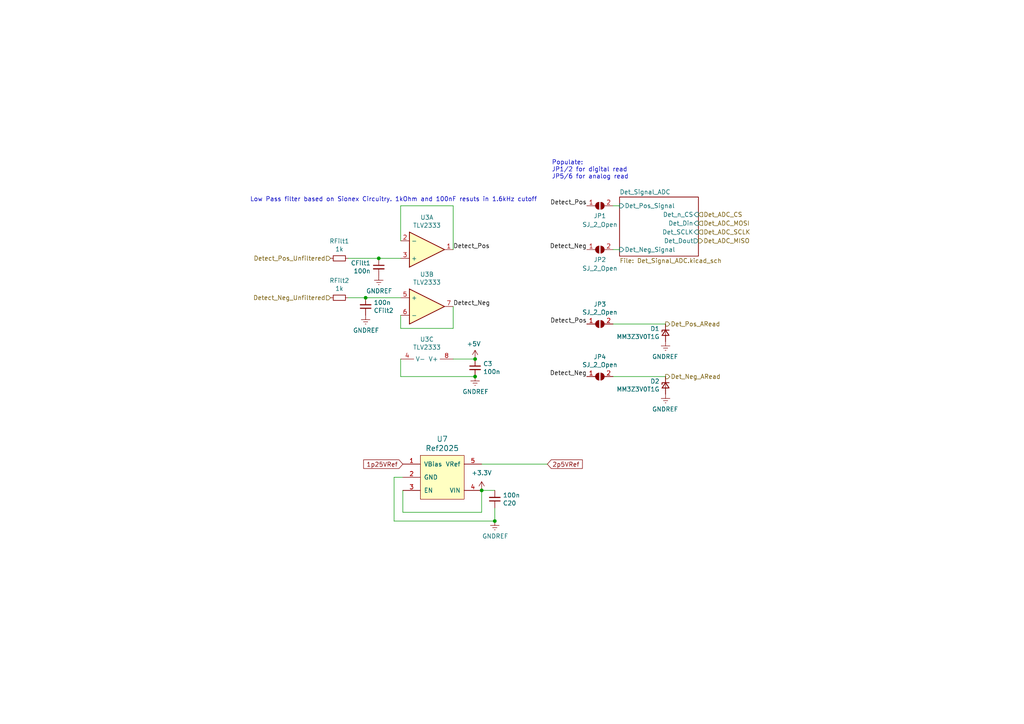
<source format=kicad_sch>
(kicad_sch (version 20230121) (generator eeschema)
  (paper "A4")
  (lib_symbols
    (symbol "Device:D_Zener_Small" (pin_numbers hide) (pin_names (offset 0.254) hide)
      (property "Reference" "D" (at 0 2.286 0))
      (property "Value" "D_Zener_Small" (at 0 -2.286 0))
      (symbol "D_Zener_Small_0_1"
        (polyline (pts (xy 0.762 0) (xy -0.762 0)))
        (polyline (pts (xy -0.254 1.016) (xy -0.762 1.016) (xy -0.762 -1.016)) (stroke (width 0.254)))
        (polyline (pts (xy 0.762 1.016) (xy -0.762 0) (xy 0.762 -1.016) (xy 0.762 1.016)) (stroke (width 0.254)))
      )
      (symbol "D_Zener_Small_1_1"
        (pin passive line (at -2.54 0 0) (length 1.778) (name "K") (number "1"))
        (pin passive line (at 2.54 0 180) (length 1.778) (name "A") (number "2"))
      )
    )
    (symbol "GNDREF_1" (power) (pin_names (offset 0))
      (property "Value" "GNDREF_1" (at 0 -3.81 0))
      (symbol "GNDREF_1_0_1"
        (polyline (pts (xy -0.635 -1.905) (xy 0.635 -1.905)))
        (polyline (pts (xy -0.127 -2.54) (xy 0.127 -2.54)))
        (polyline (pts (xy 0 -1.27) (xy 0 0)))
        (polyline (pts (xy 1.27 -1.27) (xy -1.27 -1.27)))
      )
      (symbol "GNDREF_1_1_1"
        (pin power_in line (at 0 0 270) (length 0) hide (name "GNDREF") (number "1"))
      )
    )
    (symbol "Jumper:SolderJumper_2_Open" (pin_names (offset 0) hide)
      (property "Reference" "JP" (at 0 2.032 0))
      (property "Value" "SolderJumper_2_Open" (at 0 -2.54 0))
      (symbol "SolderJumper_2_Open_0_1"
        (arc (start -0.254 1.016) (mid -1.2656 0) (end -0.254 -1.016))
        (arc (start -0.254 1.016) (mid -1.2656 0) (end -0.254 -1.016) (fill (type outline)))
        (polyline (pts (xy -0.254 1.016) (xy -0.254 -1.016)))
        (polyline (pts (xy 0.254 1.016) (xy 0.254 -1.016)))
        (arc (start 0.254 -1.016) (mid 1.2656 0) (end 0.254 1.016))
        (arc (start 0.254 -1.016) (mid 1.2656 0) (end 0.254 1.016) (fill (type outline)))
      )
      (symbol "SolderJumper_2_Open_1_1"
        (pin passive line (at -3.81 0 0) (length 2.54) (name "A") (number "1"))
        (pin passive line (at 3.81 0 180) (length 2.54) (name "B") (number "2"))
      )
    )
    (symbol "NIH-SCENT:TLV2333"
      (property "Reference" "U3" (at 0 9.3218 0))
      (property "Value" "TLV2333" (at 0 7.0104 0))
      (symbol "TLV2333_1_1"
        (polyline (pts (xy -5.08 5.08) (xy 5.08 0) (xy -5.08 -5.08) (xy -5.08 5.08)) (stroke (width 0.254)) (fill (type background)))
        (pin output line (at 7.62 0 180) (length 2.54) (name "~") (number "1"))
        (pin input line (at -7.62 -2.54 0) (length 2.54) (name "-") (number "2"))
        (pin input line (at -7.62 2.54 0) (length 2.54) (name "+") (number "3"))
      )
      (symbol "TLV2333_2_1"
        (polyline (pts (xy -5.08 5.08) (xy 5.08 0) (xy -5.08 -5.08) (xy -5.08 5.08)) (stroke (width 0.254)) (fill (type background)))
        (pin input line (at -7.62 2.54 0) (length 2.54) (name "+") (number "5"))
        (pin input line (at -7.62 -2.54 0) (length 2.54) (name "-") (number "6"))
        (pin output line (at 7.62 0 180) (length 2.54) (name "~") (number "7"))
      )
      (symbol "TLV2333_3_1"
        (pin power_in line (at -2.54 -7.62 90) (length 3.81) (name "V-") (number "4"))
        (pin power_in line (at -2.54 7.62 270) (length 3.81) (name "V+") (number "8"))
      )
    )
    (symbol "NYSEARCH:C_Small" (pin_numbers hide) (pin_names (offset 0.254) hide)
      (property "Reference" "C" (at 0.254 1.778 0))
      (property "Value" "C_Small" (at 0.254 -2.032 0))
      (symbol "C_Small_0_1"
        (polyline (pts (xy -1.524 -0.508) (xy 1.524 -0.508)) (stroke (width 0.3302)))
        (polyline (pts (xy -1.524 0.508) (xy 1.524 0.508)) (stroke (width 0.3048)))
      )
      (symbol "C_Small_1_1"
        (pin passive line (at 0 2.54 270) (length 2.032) (name "~") (number "1"))
        (pin passive line (at 0 -2.54 90) (length 2.032) (name "~") (number "2"))
      )
    )
    (symbol "NYSEARCH:REF2025" (pin_names (offset 1.016))
      (property "Reference" "U" (at 0 1.27 0))
      (property "Value" "REF2025" (at 7.62 1.27 0))
      (symbol "REF2025_0_1"
        (rectangle (start 0 0) (end 12.7 -12.7) (fill (type background)))
      )
      (symbol "REF2025_1_1"
        (pin output line (at -5.08 -2.54 0) (length 5.08) (name "VBias") (number "1"))
        (pin power_in line (at -5.08 -6.35 0) (length 5.08) (name "GND") (number "2"))
        (pin input line (at -5.08 -10.16 0) (length 5.08) (name "EN") (number "3"))
        (pin power_in line (at 17.78 -10.16 180) (length 5.08) (name "VIN") (number "4"))
        (pin output line (at 17.78 -2.54 180) (length 5.08) (name "VRef") (number "5"))
      )
    )
    (symbol "NYSEARCH:R_Small" (pin_numbers hide) (pin_names (offset 0.254) hide)
      (property "Reference" "R" (at 0.762 0.508 0))
      (property "Value" "R_Small" (at 0.762 -1.016 0))
      (symbol "R_Small_0_1"
        (rectangle (start -0.762 1.778) (end 0.762 -1.778) (stroke (width 0.2032)))
      )
      (symbol "R_Small_1_1"
        (pin passive line (at 0 2.54 270) (length 0.762) (name "~") (number "1"))
        (pin passive line (at 0 -2.54 90) (length 0.762) (name "~") (number "2"))
      )
    )
    (symbol "power:+3.3V" (power) (pin_names (offset 0))
      (property "Value" "+3.3V" (at 0 3.556 0))
      (symbol "+3.3V_0_1"
        (polyline (pts (xy -0.762 1.27) (xy 0 2.54)))
        (polyline (pts (xy 0 0) (xy 0 2.54)))
        (polyline (pts (xy 0 2.54) (xy 0.762 1.27)))
      )
      (symbol "+3.3V_1_1"
        (pin power_in line (at 0 0 90) (length 0) hide (name "+3.3V") (number "1"))
      )
    )
    (symbol "power:+5V" (power) (pin_names (offset 0))
      (property "Value" "+5V" (at 0 3.556 0))
      (symbol "+5V_0_1"
        (polyline (pts (xy -0.762 1.27) (xy 0 2.54)))
        (polyline (pts (xy 0 0) (xy 0 2.54)))
        (polyline (pts (xy 0 2.54) (xy 0.762 1.27)))
      )
      (symbol "+5V_1_1"
        (pin power_in line (at 0 0 90) (length 0) hide (name "+5V") (number "1"))
      )
    )
    (symbol "power:GNDREF" (power) (pin_names (offset 0))
      (property "Value" "GNDREF" (at 0 -3.81 0))
      (symbol "GNDREF_0_1"
        (polyline (pts (xy -0.635 -1.905) (xy 0.635 -1.905)))
        (polyline (pts (xy -0.127 -2.54) (xy 0.127 -2.54)))
        (polyline (pts (xy 0 -1.27) (xy 0 0)))
        (polyline (pts (xy 1.27 -1.27) (xy -1.27 -1.27)))
      )
      (symbol "GNDREF_1_1"
        (pin power_in line (at 0 0 270) (length 0) hide (name "GNDREF") (number "1"))
      )
    )
  )
  (junction (at 139.7 142.24))
  (junction (at 143.51 151.13))
  (junction (at 109.855 74.93))
  (junction (at 137.795 109.22))
  (junction (at 137.795 104.14))
  (junction (at 106.045 86.36))
  (wire (pts (xy 131.445 72.39) (xy 131.445 59.69)))
  (wire (pts (xy 139.7 148.59) (xy 116.84 148.59)))
  (wire (pts (xy 131.445 104.14) (xy 137.795 104.14)))
  (wire (pts (xy 177.8 59.69) (xy 179.705 59.69)))
  (wire (pts (xy 114.3 151.13) (xy 143.51 151.13)))
  (wire (pts (xy 109.855 74.93) (xy 116.205 74.93)))
  (wire (pts (xy 116.84 142.24) (xy 116.84 148.59)))
  (wire (pts (xy 114.3 138.43) (xy 114.3 151.13)))
  (wire (pts (xy 131.445 59.69) (xy 116.205 59.69)))
  (wire (pts (xy 116.205 104.14) (xy 116.205 109.22)))
  (wire (pts (xy 116.205 109.22) (xy 137.795 109.22)))
  (wire (pts (xy 143.51 151.13) (xy 143.51 147.32)))
  (wire (pts (xy 116.205 59.69) (xy 116.205 69.85)))
  (wire (pts (xy 106.045 86.36) (xy 100.965 86.36)))
  (wire (pts (xy 116.205 91.44) (xy 116.205 95.25)))
  (wire (pts (xy 139.7 142.24) (xy 143.51 142.24)))
  (wire (pts (xy 114.3 138.43) (xy 116.84 138.43)))
  (wire (pts (xy 139.7 142.24) (xy 139.7 148.59)))
  (wire (pts (xy 139.7 134.62) (xy 158.75 134.62)))
  (wire (pts (xy 106.045 86.36) (xy 116.205 86.36)))
  (wire (pts (xy 177.8 72.39) (xy 179.705 72.39)))
  (wire (pts (xy 177.8 93.98) (xy 193.04 93.98)))
  (wire (pts (xy 131.445 88.9) (xy 131.445 95.25)))
  (wire (pts (xy 116.205 95.25) (xy 131.445 95.25)))
  (wire (pts (xy 193.04 109.22) (xy 177.8 109.22)))
  (wire (pts (xy 100.965 74.93) (xy 109.855 74.93)))
  (text "Low Pass filter based on Sionex Circuitry. 1kOhm and 100nF resuts in 1.6kHz cutoff" (at 72.517 58.674 0) (effects (font (size 1.27 1.27)) (justify left bottom)))
  (text "Populate:\nJP1/2 for digital read\nJP5/6 for analog read" (at 160.02 52.07 0) (effects (font (size 1.27 1.27)) (justify left bottom)))
  (label "Detect_Pos" (at 170.18 59.69 180))
  (label "Detect_Neg" (at 170.18 109.22 180))
  (label "Detect_Pos" (at 131.445 72.39 0))
  (label "Detect_Neg" (at 131.445 88.9 0))
  (label "Detect_Neg" (at 170.18 72.39 180))
  (label "Detect_Pos" (at 170.18 93.98 180))
  (global_label "2p5VRef" (shape input) (at 158.75 134.62 0) (property "Intersheetrefs" "${INTERSHEET_REFS}" (effects hide)))
  (global_label "1p25VRef" (shape input) (at 116.84 134.62 180) (property "Intersheetrefs" "${INTERSHEET_REFS}" (effects hide)))
  (hierarchical_label "Det_ADC_CS" (shape input) (at 202.565 62.23 0))
  (hierarchical_label "Det_Pos_ARead" (shape output) (at 193.04 93.98 0))
  (hierarchical_label "Det_ADC_MOSI" (shape input) (at 202.565 64.77 0))
  (hierarchical_label "Det_Neg_ARead" (shape output) (at 193.04 109.22 0))
  (hierarchical_label "Detect_Neg_Unfiltered" (shape input) (at 95.885 86.36 180))
  (hierarchical_label "Det_ADC_MISO" (shape output) (at 202.565 69.85 0))
  (hierarchical_label "Detect_Pos_Unfiltered" (shape input) (at 95.885 74.93 180))
  (hierarchical_label "Det_ADC_SCLK" (shape input) (at 202.565 67.31 0))
  (symbol (lib_id "NIH-SCENT:TLV2333") (at 123.825 88.9 0) (unit 2)
    (property "Reference" "U3" (at 123.825 79.5782 0))
    (property "Value" "TLV2333" (at 123.825 81.8896 0))
    (property "Footprint" "Package_SO:VSSOP-8_3.0x3.0mm_P0.65mm" (effects hide))
    (instances (project "microcontroller_board" (path "" (reference "U3") (unit 2))) (project "controller-DMS" (path "" (reference "U1") (unit 2))))
  )
  (symbol (lib_id "power:GNDREF") (at 109.855 80.01 0) (unit 1)
    (property "Reference" "#PWR025" (effects hide))
    (property "Value" "GNDREF" (at 109.982 84.4042 0))
    (instances (project "microcontroller_board" (path "" (reference "#PWR025") (unit 1))) (project "controller-DMS" (path "" (reference "#PWR0116") (unit 1))))
  )
  (symbol (lib_id "Device:D_Zener_Small") (at 193.04 111.76 90) (mirror x) (unit 1)
    (property "Reference" "D2" (at 191.3128 110.5916 90) (effects (justify left)))
    (property "Value" "MM3Z3V0T1G" (at 191.3128 112.903 90) (effects (justify left)))
    (property "Footprint" "Diode_SMD:D_SOD-323" (effects hide))
    (property "Datasheet" "https://media.digikey.com/pdf/Data%20Sheets/ON%20Semiconductor%20PDFs/MM3ZyyyT1G_SZMM3ZyyyT1G_Series_rev.11_Sep2014.pdf" (effects hide))
    (instances (project "microcontroller_board" (path "" (reference "D2") (unit 1))) (project "controller-DMS" (path "" (reference "D7") (unit 1))))
  )
  (symbol (lib_id "Jumper:SolderJumper_2_Open") (at 173.99 59.69 0) (mirror x) (unit 1)
    (property "Reference" "JP1" (at 173.99 62.6094 0))
    (property "Value" "SJ_2_Open" (at 173.99 65.1463 0))
    (property "Footprint" "NYSEARCH:R_0603_1608Metric" (effects hide))
    (instances (project "microcontroller_board" (path "" (reference "JP1") (unit 1))) (project "controller-DMS" (path "" (reference "JP2") (unit 1))))
  )
  (symbol (lib_id "NYSEARCH:REF2025") (at 121.92 132.08 0) (unit 1)
    (property "Reference" "U7" (at 128.27 127.3302 0) (effects (font (size 1.524 1.524))))
    (property "Value" "Ref2025" (at 128.27 130.0226 0) (effects (font (size 1.524 1.524))))
    (property "Footprint" "NYSEARCH:SOT23-5_Ref2025" (effects hide))
    (property "Datasheet" "http://www.ti.com/lit/ds/symlink/ref2025.pdf" (effects hide))
    (instances (project "microcontroller_board" (path "" (reference "U7") (unit 1))) (project "controller-DMS" (path "" (reference "U3") (unit 1))))
  )
  (symbol (lib_name "GNDREF_1") (lib_id "power:GNDREF") (at 143.51 151.13 0) (unit 1)
    (property "Reference" "#PWR053" (effects hide))
    (property "Value" "GNDREF" (at 143.637 155.5242 0))
    (instances (project "microcontroller_board" (path "" (reference "#PWR053") (unit 1))) (project "controller-DMS" (path "" (reference "#PWR0134") (unit 1))))
  )
  (symbol (lib_id "Jumper:SolderJumper_2_Open") (at 173.99 72.39 0) (mirror x) (unit 1)
    (property "Reference" "JP2" (at 173.99 75.3094 0))
    (property "Value" "SJ_2_Open" (at 173.99 77.8463 0))
    (property "Footprint" "NYSEARCH:R_0603_1608Metric" (effects hide))
    (instances (project "microcontroller_board" (path "" (reference "JP2") (unit 1))) (project "controller-DMS" (path "" (reference "JP1") (unit 1))))
  )
  (symbol (lib_id "NYSEARCH:C_Small") (at 106.045 88.9 0) (mirror x) (unit 1)
    (property "Reference" "CFilt2" (at 108.3818 90.0684 0) (effects (justify left)))
    (property "Value" "100n" (at 108.3818 87.757 0) (effects (justify left)))
    (property "Footprint" "NYSEARCH:C_0603_1608Metric_HandSolder" (effects hide))
  )
  (symbol (lib_id "NYSEARCH:C_Small") (at 143.51 144.78 0) (mirror x) (unit 1)
    (property "Reference" "C20" (at 145.8468 145.9484 0) (effects (justify left)))
    (property "Value" "100n" (at 145.8468 143.637 0) (effects (justify left)))
    (property "Footprint" "NYSEARCH:C_0603_1608Metric_HandSolder" (effects hide))
    (instances (project "microcontroller_board" (path "" (reference "C20") (unit 1))) (project "controller-DMS" (path "" (reference "C5") (unit 1))))
  )
  (symbol (lib_id "power:+5V") (at 137.795 104.14 0) (mirror y) (unit 1)
    (property "Reference" "#PWR027" (effects hide))
    (property "Value" "+5V" (at 137.414 99.7458 0))
    (instances (project "microcontroller_board" (path "" (reference "#PWR027") (unit 1))) (project "controller-DMS" (path "" (reference "#PWR0114") (unit 1))))
  )
  (symbol (lib_id "power:GNDREF") (at 106.045 91.44 0) (unit 1)
    (property "Reference" "#PWR026" (effects hide))
    (property "Value" "GNDREF" (at 106.172 95.8342 0))
    (instances (project "microcontroller_board" (path "" (reference "#PWR026") (unit 1))) (project "controller-DMS" (path "" (reference "#PWR0115") (unit 1))))
  )
  (symbol (lib_id "Jumper:SolderJumper_2_Open") (at 173.99 93.98 0) (mirror x) (unit 1)
    (property "Reference" "JP3" (at 173.99 88.265 0))
    (property "Value" "SJ_2_Open" (at 173.99 90.5764 0))
    (property "Footprint" "NYSEARCH:R_0603_1608Metric" (effects hide))
    (instances (project "microcontroller_board" (path "" (reference "JP3") (unit 1))) (project "controller-DMS" (path "" (reference "JP5") (unit 1))))
  )
  (symbol (lib_id "power:GNDREF") (at 193.04 99.06 0) (mirror y) (unit 1)
    (property "Reference" "#PWR029" (effects hide))
    (property "Value" "GNDREF" (at 192.913 103.4542 0))
    (instances (project "microcontroller_board" (path "" (reference "#PWR029") (unit 1))) (project "controller-DMS" (path "" (reference "#PWR0133") (unit 1))))
  )
  (symbol (lib_id "NYSEARCH:C_Small") (at 137.795 106.68 0) (unit 1)
    (property "Reference" "C3" (at 140.1318 105.5116 0) (effects (justify left)))
    (property "Value" "100n" (at 140.1318 107.823 0) (effects (justify left)))
    (property "Footprint" "NYSEARCH:C_0603_1608Metric_HandSolder" (effects hide))
    (instances (project "microcontroller_board" (path "" (reference "C3") (unit 1))) (project "controller-DMS" (path "" (reference "C1") (unit 1))))
  )
  (symbol (lib_id "NIH-SCENT:TLV2333") (at 123.825 72.39 0) (mirror x) (unit 1)
    (property "Reference" "U3" (at 123.825 63.0682 0))
    (property "Value" "TLV2333" (at 123.825 65.3796 0))
    (property "Footprint" "Package_SO:VSSOP-8_3.0x3.0mm_P0.65mm" (effects hide))
    (instances (project "microcontroller_board" (path "" (reference "U3") (unit 1))) (project "controller-DMS" (path "" (reference "U1") (unit 1))))
  )
  (symbol (lib_id "power:+3.3V") (at 139.7 142.24 0) (unit 1)
    (property "Reference" "#PWR052" (effects hide))
    (property "Value" "+3.3V" (at 139.7 137.16 0))
  )
  (symbol (lib_id "power:GNDREF") (at 137.795 109.22 0) (unit 1)
    (property "Reference" "#PWR028" (effects hide))
    (property "Value" "GNDREF" (at 137.922 113.6142 0))
    (instances (project "microcontroller_board" (path "" (reference "#PWR028") (unit 1))) (project "controller-DMS" (path "" (reference "#PWR0113") (unit 1))))
  )
  (symbol (lib_id "NYSEARCH:C_Small") (at 109.855 77.47 0) (mirror y) (unit 1)
    (property "Reference" "CFilt1" (at 107.5182 76.3016 0) (effects (justify left)))
    (property "Value" "100n" (at 107.5182 78.613 0) (effects (justify left)))
    (property "Footprint" "NYSEARCH:C_0603_1608Metric_HandSolder" (effects hide))
  )
  (symbol (lib_id "NYSEARCH:R_Small") (at 98.425 74.93 90) (mirror x) (unit 1)
    (property "Reference" "RFilt1" (at 98.425 69.9516 90))
    (property "Value" "1k" (at 98.425 72.263 90))
    (property "Footprint" "NYSEARCH:R_0603_1608Metric" (effects hide))
  )
  (symbol (lib_id "power:GNDREF") (at 193.04 114.3 0) (mirror y) (unit 1)
    (property "Reference" "#PWR030" (effects hide))
    (property "Value" "GNDREF" (at 192.913 118.6942 0))
    (instances (project "microcontroller_board" (path "" (reference "#PWR030") (unit 1))) (project "controller-DMS" (path "" (reference "#PWR0130") (unit 1))))
  )
  (symbol (lib_id "Device:D_Zener_Small") (at 193.04 96.52 90) (mirror x) (unit 1)
    (property "Reference" "D1" (at 191.3128 95.3516 90) (effects (justify left)))
    (property "Value" "MM3Z3V0T1G" (at 191.3128 97.663 90) (effects (justify left)))
    (property "Footprint" "Diode_SMD:D_SOD-323" (effects hide))
    (property "Datasheet" "https://media.digikey.com/pdf/Data%20Sheets/ON%20Semiconductor%20PDFs/MM3ZyyyT1G_SZMM3ZyyyT1G_Series_rev.11_Sep2014.pdf" (effects hide))
    (instances (project "microcontroller_board" (path "" (reference "D1") (unit 1))) (project "controller-DMS" (path "" (reference "D2") (unit 1))))
  )
  (symbol (lib_id "Jumper:SolderJumper_2_Open") (at 173.99 109.22 0) (mirror x) (unit 1)
    (property "Reference" "JP4" (at 173.99 103.505 0))
    (property "Value" "SJ_2_Open" (at 173.99 105.8164 0))
    (property "Footprint" "NYSEARCH:R_0603_1608Metric" (effects hide))
    (instances (project "microcontroller_board" (path "" (reference "JP4") (unit 1))) (project "controller-DMS" (path "" (reference "JP6") (unit 1))))
  )
  (symbol (lib_id "NYSEARCH:R_Small") (at 98.425 86.36 90) (mirror x) (unit 1)
    (property "Reference" "RFilt2" (at 98.425 81.3816 90))
    (property "Value" "1k" (at 98.425 83.693 90))
    (property "Footprint" "NYSEARCH:R_0603_1608Metric" (effects hide))
  )
  (symbol (lib_id "NIH-SCENT:TLV2333") (at 123.825 106.68 270) (unit 3)
    (property "Reference" "U3" (at 123.825 98.425 90))
    (property "Value" "TLV2333" (at 123.825 100.7364 90))
    (property "Footprint" "Package_SO:VSSOP-8_3.0x3.0mm_P0.65mm" (effects hide))
    (instances (project "microcontroller_board" (path "" (reference "U3") (unit 3))) (project "controller-DMS" (path "" (reference "U1") (unit 3))))
  )
  (sheet (at 179.705 57.15) (size 22.86 17.145)
    (property "Sheetname" "Det_Signal_ADC" (at 179.705 56.4384 0) (effects (justify left bottom)))
    (property "Sheetfile" "Det_Signal_ADC.kicad_sch" (at 179.705 74.8796 0) (effects (justify left top)))
    (pin "Det_Neg_Signal" input (at 179.705 72.39 180))
    (pin "Det_Pos_Signal" input (at 179.705 59.69 180))
    (pin "Det_Dout" output (at 202.565 69.85 0))
    (pin "Det_SCLK" input (at 202.565 67.31 0))
    (pin "Det_Din" input (at 202.565 64.77 0))
    (pin "Det_n_CS" input (at 202.565 62.23 0))
  )
)
</source>
